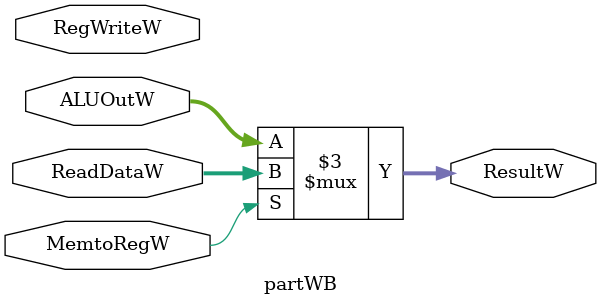
<source format=sv>
module partWB(input logic RegWriteW, MemtoRegW,
              input logic [31:0] ReadDataW, ALUOutW,
              output logic [31:0] ResultW);

always_comb begin
    if (MemtoRegW) ResultW = ReadDataW;
    else ResultW = ALUOutW;
end

endmodule
</source>
